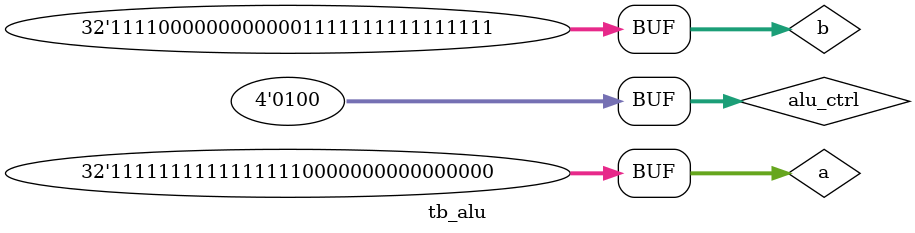
<source format=v>
`timescale 1ns / 1ps

module tb_alu();

    reg [31:0] a;
    reg [31:0] b;
    reg [3:0] alu_ctrl;
    
    wire [31:0] out;
    wire zero;
    
    alu #(.DATA_WIDTH(32)) dut (
        .a(a),
        .b(b),
        .alu_ctrl(alu_ctrl),
        .out(out),
        .zero(zero)
        );
    
    initial begin
        #2;
        a = 32'd10; b = 32'd5; alu_ctrl = 4'b0000; #15;
        if(out != 32'd15 || zero != 0)
            $display("Test failed: Add");
            
        a = 32'd10; b = 32'd5; alu_ctrl = 4'b0001; #15;
        if(out != 32'd5 || zero != 0)
            $display("Test failed: Subtract");
            
        a = 32'd10; b = 32'd10; alu_ctrl = 4'b0001; #15;
        if(out != 32'd0 || zero == 0)
            $display("Test failed: Subtract and must be zero");
        
        a = 32'hFFFF0000; b = 32'hF000FFFF; alu_ctrl = 4'b0010; #15;
        if(out != 32'h0FFFFFFF || zero != 0)
            $display("Test failed: XOR");
            
        a = 32'hFFFF0000; b = 32'hF000FFFF; alu_ctrl = 4'b0011; #15;
        if(out != 32'hFFFFFFFF || zero != 0)
            $display("Test failed: OR");
        
        a = 32'hFFFF0000; b = 32'hF000FFFF; alu_ctrl = 4'b0100; #15;
        if(out != 32'hF0000000 || zero != 0)
            $display("Test failed: AND");
            
    end
    
endmodule

</source>
